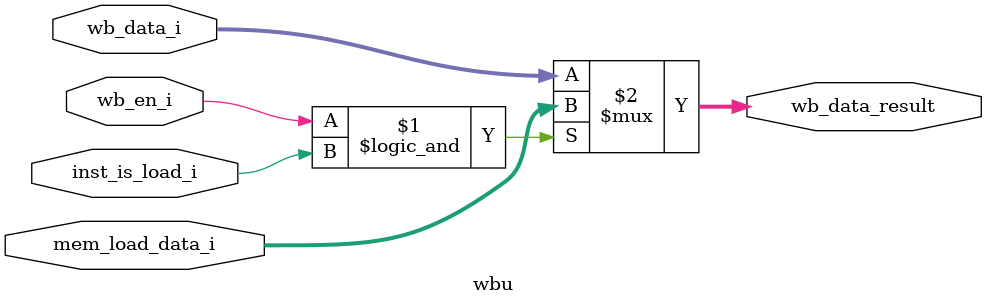
<source format=v>
`include "defines.v"
module wbu(
    input  wire [63:0]     mem_load_data_i,
    input  wire [63:0]     wb_data_i,
    input  wire            wb_en_i,
    input  wire            inst_is_load_i,
    output wire [63:0]     wb_data_result         
);
    assign wb_data_result = (wb_en_i && inst_is_load_i) ? mem_load_data_i : wb_data_i;
endmodule
</source>
